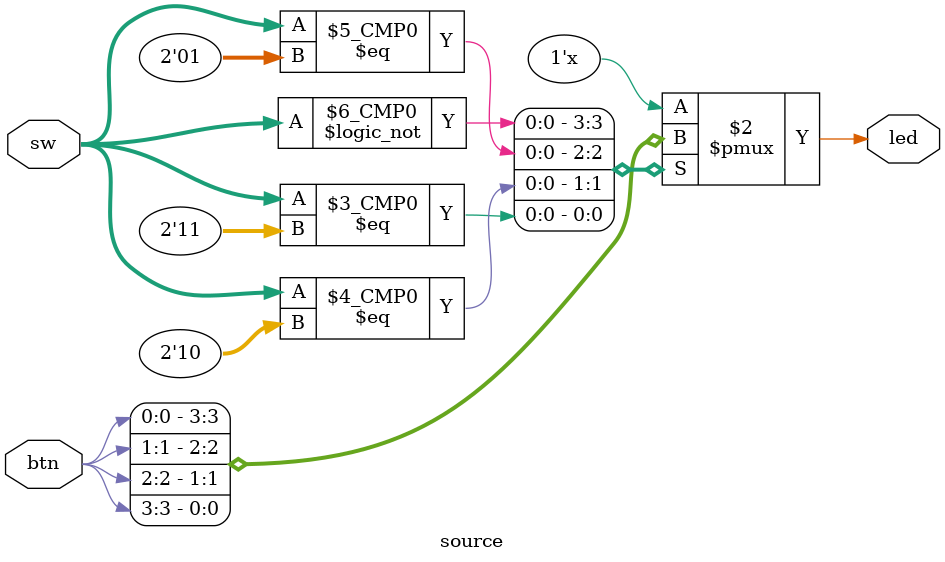
<source format=v>
`timescale 1ns / 1ps


module source(
    input [1:0] sw,
    input [3:0] btn,
    output reg led
);

always @(*)
begin
    case(sw)
        2'd0: led = btn[0];
        2'd1: led = btn[1];
        2'd2: led = btn[2];
        2'd3: led = btn[3];
        default: led = 0;
    endcase
end
    
endmodule

</source>
